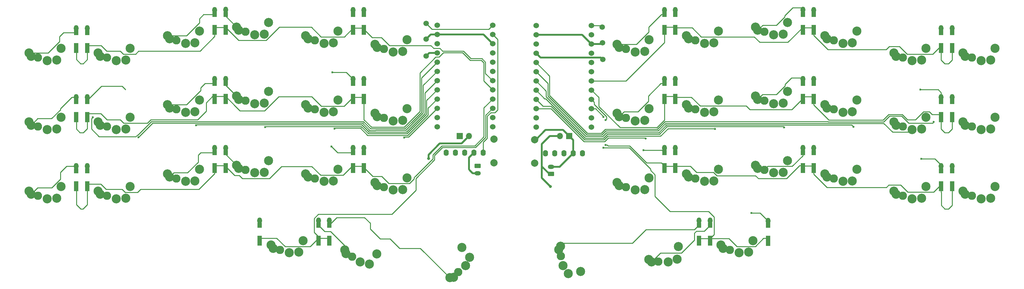
<source format=gbl>
G04 #@! TF.GenerationSoftware,KiCad,Pcbnew,(6.0.10)*
G04 #@! TF.CreationDate,2022-12-31T14:29:49-08:00*
G04 #@! TF.ProjectId,corne-ultralight,636f726e-652d-4756-9c74-72616c696768,2.0*
G04 #@! TF.SameCoordinates,Original*
G04 #@! TF.FileFunction,Copper,L2,Bot*
G04 #@! TF.FilePolarity,Positive*
%FSLAX46Y46*%
G04 Gerber Fmt 4.6, Leading zero omitted, Abs format (unit mm)*
G04 Created by KiCad (PCBNEW (6.0.10)) date 2022-12-31 14:29:49*
%MOMM*%
%LPD*%
G01*
G04 APERTURE LIST*
G04 Aperture macros list*
%AMRoundRect*
0 Rectangle with rounded corners*
0 $1 Rounding radius*
0 $2 $3 $4 $5 $6 $7 $8 $9 X,Y pos of 4 corners*
0 Add a 4 corners polygon primitive as box body*
4,1,4,$2,$3,$4,$5,$6,$7,$8,$9,$2,$3,0*
0 Add four circle primitives for the rounded corners*
1,1,$1+$1,$2,$3*
1,1,$1+$1,$4,$5*
1,1,$1+$1,$6,$7*
1,1,$1+$1,$8,$9*
0 Add four rect primitives between the rounded corners*
20,1,$1+$1,$2,$3,$4,$5,0*
20,1,$1+$1,$4,$5,$6,$7,0*
20,1,$1+$1,$6,$7,$8,$9,0*
20,1,$1+$1,$8,$9,$2,$3,0*%
G04 Aperture macros list end*
G04 #@! TA.AperFunction,ComponentPad*
%ADD10C,2.000000*%
G04 #@! TD*
G04 #@! TA.AperFunction,ComponentPad*
%ADD11C,2.500000*%
G04 #@! TD*
G04 #@! TA.AperFunction,ComponentPad*
%ADD12C,2.286000*%
G04 #@! TD*
G04 #@! TA.AperFunction,ComponentPad*
%ADD13C,1.524000*%
G04 #@! TD*
G04 #@! TA.AperFunction,ComponentPad*
%ADD14O,1.397000X1.778000*%
G04 #@! TD*
G04 #@! TA.AperFunction,ComponentPad*
%ADD15RoundRect,0.250000X0.625000X-0.350000X0.625000X0.350000X-0.625000X0.350000X-0.625000X-0.350000X0*%
G04 #@! TD*
G04 #@! TA.AperFunction,ComponentPad*
%ADD16O,1.750000X1.200000*%
G04 #@! TD*
G04 #@! TA.AperFunction,ComponentPad*
%ADD17R,1.700000X1.700000*%
G04 #@! TD*
G04 #@! TA.AperFunction,ComponentPad*
%ADD18O,1.700000X1.700000*%
G04 #@! TD*
G04 #@! TA.AperFunction,ComponentPad*
%ADD19RoundRect,0.250000X-0.625000X0.350000X-0.625000X-0.350000X0.625000X-0.350000X0.625000X0.350000X0*%
G04 #@! TD*
G04 #@! TA.AperFunction,ComponentPad*
%ADD20R,1.300000X1.778000*%
G04 #@! TD*
G04 #@! TA.AperFunction,SMDPad,CuDef*
%ADD21R,1.300000X1.400000*%
G04 #@! TD*
G04 #@! TA.AperFunction,ComponentPad*
%ADD22O,1.300000X1.778000*%
G04 #@! TD*
G04 #@! TA.AperFunction,SMDPad,CuDef*
%ADD23C,1.500000*%
G04 #@! TD*
G04 #@! TA.AperFunction,ViaPad*
%ADD24C,0.600000*%
G04 #@! TD*
G04 #@! TA.AperFunction,ViaPad*
%ADD25C,0.800000*%
G04 #@! TD*
G04 #@! TA.AperFunction,Conductor*
%ADD26C,0.250000*%
G04 #@! TD*
G04 #@! TA.AperFunction,Conductor*
%ADD27C,0.254000*%
G04 #@! TD*
G04 #@! TA.AperFunction,Conductor*
%ADD28C,0.500000*%
G04 #@! TD*
G04 #@! TA.AperFunction,Conductor*
%ADD29C,0.508000*%
G04 #@! TD*
G04 APERTURE END LIST*
D10*
X156012500Y-80067432D03*
X156012500Y-73567432D03*
D11*
X278684847Y-51820432D03*
X282494847Y-48460432D03*
X281284847Y-51670432D03*
D12*
X276144847Y-51000432D03*
D11*
X274284847Y-50620432D03*
X273684847Y-49720432D03*
X259684847Y-51820432D03*
X263494847Y-48460432D03*
X262284847Y-51670432D03*
X255284847Y-50620432D03*
X254684847Y-49720432D03*
D12*
X257144847Y-51000432D03*
D11*
X243284847Y-46920432D03*
X244494847Y-43710432D03*
X240684847Y-47070432D03*
X235684847Y-44970432D03*
D12*
X238144847Y-46250432D03*
D11*
X236284847Y-45870432D03*
X225494847Y-41335432D03*
X221684847Y-44695432D03*
X224284847Y-44545432D03*
D12*
X219144847Y-43875432D03*
D11*
X217284847Y-43495432D03*
X216684847Y-42595432D03*
X202684847Y-47070432D03*
X205284847Y-46920432D03*
X206494847Y-43710432D03*
D12*
X200144847Y-46250432D03*
D11*
X198284847Y-45870432D03*
X197684847Y-44970432D03*
X187494847Y-46085432D03*
X183684847Y-49445432D03*
X186284847Y-49295432D03*
D12*
X181144847Y-48625432D03*
D11*
X179284847Y-48245432D03*
X178684847Y-47345432D03*
X278684847Y-70820432D03*
X281284847Y-70670432D03*
X282494847Y-67460432D03*
X274284847Y-69620432D03*
X273684847Y-68720432D03*
D12*
X276144847Y-70000432D03*
D11*
X263494847Y-67460432D03*
X259684847Y-70820432D03*
X262284847Y-70670432D03*
X254684847Y-68720432D03*
X255284847Y-69620432D03*
D12*
X257144847Y-70000432D03*
D11*
X244494847Y-62710432D03*
X240684847Y-66070432D03*
X243284847Y-65920432D03*
X235684847Y-63970432D03*
D12*
X238144847Y-65250432D03*
D11*
X236284847Y-64870432D03*
X221684847Y-63695432D03*
X225494847Y-60335432D03*
X224284847Y-63545432D03*
D12*
X219144847Y-62875432D03*
D11*
X217284847Y-62495432D03*
X216684847Y-61595432D03*
X202684847Y-66070432D03*
X205284847Y-65920432D03*
X206494847Y-62710432D03*
X198284847Y-64870432D03*
X197684847Y-63970432D03*
D12*
X200144847Y-65250432D03*
D11*
X186284847Y-68295432D03*
X187494847Y-65085432D03*
X183684847Y-68445432D03*
D12*
X181144847Y-67625432D03*
D11*
X178684847Y-66345432D03*
X179284847Y-67245432D03*
X282494847Y-86460432D03*
X281284847Y-89670432D03*
X278684847Y-89820432D03*
D12*
X276144847Y-89000432D03*
D11*
X273684847Y-87720432D03*
X274284847Y-88620432D03*
X263494847Y-86460432D03*
X262284847Y-89670432D03*
X259684847Y-89820432D03*
D12*
X257144847Y-89000432D03*
D11*
X254684847Y-87720432D03*
X255284847Y-88620432D03*
X244494847Y-81710432D03*
X240684847Y-85070432D03*
X243284847Y-84920432D03*
X236284847Y-83870432D03*
X235684847Y-82970432D03*
D12*
X238144847Y-84250432D03*
D11*
X225494847Y-79335432D03*
X224284847Y-82545432D03*
X221684847Y-82695432D03*
X216684847Y-80595432D03*
D12*
X219144847Y-81875432D03*
D11*
X217284847Y-81495432D03*
X205284847Y-84920432D03*
X206494847Y-81710432D03*
X202684847Y-85070432D03*
X197684847Y-82970432D03*
X198284847Y-83870432D03*
D12*
X200144847Y-84250432D03*
D11*
X215994847Y-101335432D03*
X214784847Y-104545432D03*
X212184847Y-104695432D03*
X207184847Y-102595432D03*
D12*
X209644847Y-103875432D03*
D11*
X207784847Y-103495432D03*
X195522425Y-103012783D03*
X195184464Y-106426576D03*
X192711879Y-107244394D03*
X188151223Y-107224087D03*
D12*
X190046196Y-107109736D03*
D11*
X187338730Y-106510045D03*
X187494847Y-84085432D03*
X186284847Y-87295432D03*
X183684847Y-87445432D03*
D12*
X181144847Y-86625432D03*
D11*
X178684847Y-85345432D03*
X179284847Y-86245432D03*
D13*
X144503900Y-42082000D03*
X144503900Y-44622000D03*
X144503900Y-47162000D03*
X144503900Y-49702000D03*
X144503900Y-52242000D03*
X144503900Y-54782000D03*
X144503900Y-57322000D03*
X144503900Y-59862000D03*
X144503900Y-62402000D03*
X144503900Y-64942000D03*
X144503900Y-67482000D03*
X144503900Y-70022000D03*
X129283900Y-70022000D03*
X129283900Y-67482000D03*
X129283900Y-64942000D03*
X129283900Y-62402000D03*
X129283900Y-59862000D03*
X129283900Y-57322000D03*
X129283900Y-54782000D03*
X129283900Y-52242000D03*
X129283900Y-49702000D03*
X129283900Y-47162000D03*
X129283900Y-44622000D03*
X129283900Y-42082000D03*
X171674247Y-42208432D03*
X171674247Y-44748432D03*
X171674247Y-47288432D03*
X171674247Y-49828432D03*
X171674247Y-52368432D03*
X171674247Y-54908432D03*
X171674247Y-57448432D03*
X171674247Y-59988432D03*
X171674247Y-62528432D03*
X171674247Y-65068432D03*
X171674247Y-67608432D03*
X171674247Y-70148432D03*
X156454247Y-70148432D03*
X156454247Y-67608432D03*
X156454247Y-65068432D03*
X156454247Y-62528432D03*
X156454247Y-59988432D03*
X156454247Y-57448432D03*
X156454247Y-54908432D03*
X156454247Y-52368432D03*
X156454247Y-49828432D03*
X156454247Y-47288432D03*
X156454247Y-44748432D03*
X156454247Y-42208432D03*
D11*
X117187500Y-49445000D03*
X119787500Y-49295000D03*
X120997500Y-46085000D03*
D12*
X114647500Y-48625000D03*
D11*
X112187500Y-47345000D03*
X112787500Y-48245000D03*
X100787500Y-46920000D03*
X101997500Y-43710000D03*
X98187500Y-47070000D03*
X93187500Y-44970000D03*
X93787500Y-45870000D03*
D12*
X95647500Y-46250000D03*
D11*
X82997500Y-41335000D03*
X81787500Y-44545000D03*
X79187500Y-44695000D03*
X74187500Y-42595000D03*
D12*
X76647500Y-43875000D03*
D11*
X74787500Y-43495000D03*
X60187500Y-47070000D03*
X63997500Y-43710000D03*
X62787500Y-46920000D03*
X55787500Y-45870000D03*
D12*
X57647500Y-46250000D03*
D11*
X55187500Y-44970000D03*
X41187500Y-51820000D03*
X44997500Y-48460000D03*
X43787500Y-51670000D03*
X36787500Y-50620000D03*
X36187500Y-49720000D03*
D12*
X38647500Y-51000000D03*
D11*
X117187500Y-87445000D03*
X119787500Y-87295000D03*
X120997500Y-84085000D03*
D12*
X114647500Y-86625000D03*
D11*
X112187500Y-85345000D03*
X112787500Y-86245000D03*
X136042205Y-103265443D03*
X138217146Y-105918334D03*
X137047050Y-108245000D03*
D12*
X135066909Y-110034705D03*
D11*
X133807819Y-111455512D03*
X132728397Y-111525127D03*
X24787500Y-89670000D03*
X25997500Y-86460000D03*
X22187500Y-89820000D03*
X17787500Y-88620000D03*
D12*
X19647500Y-89000000D03*
D11*
X17187500Y-87720000D03*
X110710698Y-107772003D03*
X112710277Y-104984552D03*
X108160468Y-107243962D03*
X104220977Y-104946048D03*
X103874358Y-103921423D03*
D12*
X105919248Y-105794503D03*
D11*
X88687500Y-104695000D03*
X91287500Y-104545000D03*
X92497500Y-101335000D03*
D12*
X86147500Y-103875000D03*
D11*
X83687500Y-102595000D03*
X84287500Y-103495000D03*
X101997500Y-81710000D03*
X98187500Y-85070000D03*
X100787500Y-84920000D03*
X93787500Y-83870000D03*
D12*
X95647500Y-84250000D03*
D11*
X93187500Y-82970000D03*
X79187500Y-82695000D03*
X82997500Y-79335000D03*
X81787500Y-82545000D03*
X74187500Y-80595000D03*
D12*
X76647500Y-81875000D03*
D11*
X74787500Y-81495000D03*
X60187500Y-85070000D03*
X63997500Y-81710000D03*
X62787500Y-84920000D03*
X55787500Y-83870000D03*
X55187500Y-82970000D03*
D12*
X57647500Y-84250000D03*
D11*
X43787500Y-89670000D03*
X41187500Y-89820000D03*
X44997500Y-86460000D03*
X36787500Y-88620000D03*
D12*
X38647500Y-89000000D03*
D11*
X36187500Y-87720000D03*
X117187500Y-68445000D03*
X120997500Y-65085000D03*
X119787500Y-68295000D03*
X112187500Y-66345000D03*
X112787500Y-67245000D03*
D12*
X114647500Y-67625000D03*
D11*
X98187500Y-66070000D03*
X100787500Y-65920000D03*
X101997500Y-62710000D03*
X93187500Y-63970000D03*
D12*
X95647500Y-65250000D03*
D11*
X93787500Y-64870000D03*
X82997500Y-60335000D03*
X79187500Y-63695000D03*
X81787500Y-63545000D03*
X74187500Y-61595000D03*
X74787500Y-62495000D03*
D12*
X76647500Y-62875000D03*
D11*
X62787500Y-65920000D03*
X60187500Y-66070000D03*
X63997500Y-62710000D03*
X55787500Y-64870000D03*
D12*
X57647500Y-65250000D03*
D11*
X55187500Y-63970000D03*
X41187500Y-70820000D03*
X43787500Y-70670000D03*
X44997500Y-67460000D03*
X36187500Y-68720000D03*
X36787500Y-69620000D03*
D12*
X38647500Y-70000000D03*
D11*
X22187500Y-70820000D03*
X24787500Y-70670000D03*
X25997500Y-67460000D03*
X17787500Y-69620000D03*
X17187500Y-68720000D03*
D12*
X19647500Y-70000000D03*
D11*
X22187500Y-51820000D03*
X25997500Y-48460000D03*
X24787500Y-51670000D03*
D12*
X19647500Y-51000000D03*
D11*
X17787500Y-50620000D03*
X17187500Y-49720000D03*
X163825297Y-108245432D03*
X168640142Y-109864989D03*
X165255201Y-110422098D03*
X162664528Y-103834920D03*
X163143950Y-102865305D03*
D12*
X163265438Y-105635727D03*
D14*
X131758500Y-77168000D03*
X134298500Y-77168000D03*
X136838500Y-77168000D03*
X139378500Y-77168000D03*
X141918500Y-77168000D03*
D10*
X144862500Y-79921000D03*
X144862500Y-73421000D03*
D14*
X158987500Y-77310000D03*
X161527500Y-77310000D03*
X164067500Y-77310000D03*
X166607500Y-77310000D03*
X169147500Y-77310000D03*
D15*
X160537500Y-83045000D03*
D16*
X160537500Y-81045000D03*
D17*
X165512500Y-72595000D03*
D18*
X162972500Y-72595000D03*
D17*
X135472500Y-72595000D03*
D18*
X138012500Y-72595000D03*
D19*
X140387500Y-80845000D03*
D16*
X140387500Y-82845000D03*
D20*
X270684847Y-86920432D03*
D21*
X270684847Y-85695432D03*
D22*
X270684847Y-80920432D03*
D21*
X270684847Y-82145432D03*
X232684847Y-80695432D03*
D20*
X232684847Y-81920432D03*
D22*
X232684847Y-75920432D03*
D21*
X232684847Y-77145432D03*
D20*
X229684847Y-81915432D03*
D21*
X229684847Y-80690432D03*
X229684847Y-77140432D03*
D22*
X229684847Y-75915432D03*
D20*
X194684847Y-81920432D03*
D21*
X194684847Y-80695432D03*
D22*
X194684847Y-75920432D03*
D21*
X194684847Y-77145432D03*
D20*
X191684847Y-81920432D03*
D21*
X191684847Y-80695432D03*
X191684847Y-77145432D03*
D22*
X191684847Y-75920432D03*
D20*
X220184847Y-101930432D03*
D21*
X220184847Y-100705432D03*
D22*
X220184847Y-95930432D03*
D21*
X220184847Y-97155432D03*
D20*
X204194847Y-101915432D03*
D21*
X204194847Y-100690432D03*
X204194847Y-97140432D03*
D22*
X204194847Y-95915432D03*
D20*
X201194847Y-101915432D03*
D21*
X201194847Y-100690432D03*
D22*
X201194847Y-95915432D03*
D21*
X201194847Y-97140432D03*
D20*
X270684847Y-48920432D03*
D21*
X270684847Y-47695432D03*
X270684847Y-44145432D03*
D22*
X270684847Y-42920432D03*
D20*
X267684847Y-48920432D03*
D21*
X267684847Y-47695432D03*
X267684847Y-44145432D03*
D22*
X267684847Y-42920432D03*
D20*
X232684847Y-43920432D03*
D21*
X232684847Y-42695432D03*
D22*
X232684847Y-37920432D03*
D21*
X232684847Y-39145432D03*
D20*
X229684847Y-43915432D03*
D21*
X229684847Y-42690432D03*
D22*
X229684847Y-37915432D03*
D21*
X229684847Y-39140432D03*
X194684847Y-42695432D03*
D20*
X194684847Y-43920432D03*
D22*
X194684847Y-37920432D03*
D21*
X194684847Y-39145432D03*
D20*
X191684847Y-43920432D03*
D21*
X191684847Y-42695432D03*
D22*
X191684847Y-37920432D03*
D21*
X191684847Y-39145432D03*
X270684847Y-66695432D03*
D20*
X270684847Y-67920432D03*
D22*
X270684847Y-61920432D03*
D21*
X270684847Y-63145432D03*
X267684847Y-66695432D03*
D20*
X267684847Y-67920432D03*
D22*
X267684847Y-61920432D03*
D21*
X267684847Y-63145432D03*
X232684847Y-61695432D03*
D20*
X232684847Y-62920432D03*
D22*
X232684847Y-56920432D03*
D21*
X232684847Y-58145432D03*
X229684847Y-61690432D03*
D20*
X229684847Y-62915432D03*
D21*
X229684847Y-58140432D03*
D22*
X229684847Y-56915432D03*
D20*
X194684847Y-62920432D03*
D21*
X194684847Y-61695432D03*
D22*
X194684847Y-56920432D03*
D21*
X194684847Y-58145432D03*
X33187500Y-85695000D03*
D20*
X33187500Y-86920000D03*
D21*
X33187500Y-82145000D03*
D22*
X33187500Y-80920000D03*
D21*
X33187500Y-66695000D03*
D20*
X33187500Y-67920000D03*
D21*
X33187500Y-63145000D03*
D22*
X33187500Y-61920000D03*
D21*
X33187500Y-47695000D03*
D20*
X33187500Y-48920000D03*
D21*
X33187500Y-44145000D03*
D22*
X33187500Y-42920000D03*
D21*
X191684847Y-61695432D03*
D20*
X191684847Y-62920432D03*
D22*
X191684847Y-56920432D03*
D21*
X191684847Y-58145432D03*
X99687500Y-100680000D03*
D20*
X99687500Y-101905000D03*
D22*
X99687500Y-95905000D03*
D21*
X99687500Y-97130000D03*
X96687500Y-100680000D03*
D20*
X96687500Y-101905000D03*
D22*
X96687500Y-95905000D03*
D21*
X96687500Y-97130000D03*
D20*
X80507500Y-101910000D03*
D21*
X80507500Y-100685000D03*
D22*
X80507500Y-95910000D03*
D21*
X80507500Y-97135000D03*
D20*
X109187500Y-81920000D03*
D21*
X109187500Y-80695000D03*
D22*
X109187500Y-75920000D03*
D21*
X109187500Y-77145000D03*
X106187500Y-80695000D03*
D20*
X106187500Y-81920000D03*
D21*
X106187500Y-77145000D03*
D22*
X106187500Y-75920000D03*
D20*
X71187500Y-81915000D03*
D21*
X71187500Y-80690000D03*
D22*
X71187500Y-75915000D03*
D21*
X71187500Y-77140000D03*
D20*
X68187500Y-81920000D03*
D21*
X68187500Y-80695000D03*
D22*
X68187500Y-75920000D03*
D21*
X68187500Y-77145000D03*
X30187500Y-85691875D03*
D20*
X30187500Y-86916875D03*
D21*
X30187500Y-82141875D03*
D22*
X30187500Y-80916875D03*
D21*
X109187500Y-61695000D03*
D20*
X109187500Y-62920000D03*
D22*
X109187500Y-56920000D03*
D21*
X109187500Y-58145000D03*
D20*
X106187500Y-62920000D03*
D21*
X106187500Y-61695000D03*
X106187500Y-58145000D03*
D22*
X106187500Y-56920000D03*
D21*
X71187500Y-61690000D03*
D20*
X71187500Y-62915000D03*
D22*
X71187500Y-56915000D03*
D21*
X71187500Y-58140000D03*
D20*
X68187500Y-62920000D03*
D21*
X68187500Y-61695000D03*
D22*
X68187500Y-56920000D03*
D21*
X68187500Y-58145000D03*
X30187500Y-66691875D03*
D20*
X30187500Y-67916875D03*
D22*
X30187500Y-61916875D03*
D21*
X30187500Y-63141875D03*
X109187500Y-42695000D03*
D20*
X109187500Y-43920000D03*
D22*
X109187500Y-37920000D03*
D21*
X109187500Y-39145000D03*
D20*
X106187500Y-43920000D03*
D21*
X106187500Y-42695000D03*
X106187500Y-39145000D03*
D22*
X106187500Y-37920000D03*
D20*
X71187500Y-43915000D03*
D21*
X71187500Y-42690000D03*
D22*
X71187500Y-37915000D03*
D21*
X71187500Y-39140000D03*
X68187500Y-42695000D03*
D20*
X68187500Y-43920000D03*
D21*
X68187500Y-39145000D03*
D22*
X68187500Y-37920000D03*
D21*
X30187500Y-47691875D03*
D20*
X30187500Y-48916875D03*
D21*
X30187500Y-44141875D03*
D22*
X30187500Y-42916875D03*
D20*
X267684847Y-86920432D03*
D21*
X267684847Y-85695432D03*
X267684847Y-82145432D03*
D22*
X267684847Y-80920432D03*
D23*
X126237500Y-50545000D03*
X174762500Y-51545000D03*
X174612500Y-42595000D03*
X174687500Y-46920000D03*
X126262500Y-41595000D03*
X126262500Y-45920000D03*
D24*
X100538000Y-55090000D03*
X100262500Y-75495000D03*
X34697500Y-67410000D03*
X47222500Y-72945000D03*
X63112500Y-69658478D03*
X82062500Y-70112489D03*
X101112500Y-70566500D03*
X120262500Y-73008042D03*
D25*
X126912500Y-78745000D03*
D24*
X261938000Y-59840432D03*
X175514847Y-68200433D03*
X175514847Y-75010432D03*
X262224847Y-78840432D03*
X185934868Y-76465432D03*
X215582932Y-93715432D03*
X174964847Y-67370432D03*
X174894847Y-75770432D03*
X265644847Y-68717442D03*
X243559368Y-70045000D03*
X224562500Y-70195000D03*
X205612500Y-70627954D03*
X186562500Y-73227080D03*
D25*
X160387500Y-86445000D03*
D26*
X30187500Y-48916875D02*
X30187500Y-47691875D01*
D27*
X127562011Y-47661511D02*
X116142011Y-47661511D01*
X38574500Y-49214000D02*
X42256500Y-49214000D01*
X141575552Y-51266000D02*
X138533500Y-51266000D01*
D26*
X109187500Y-43920000D02*
X109187500Y-42695000D01*
X30197500Y-51547631D02*
X30197500Y-48926875D01*
D27*
X136458500Y-49191000D02*
X130758500Y-49191000D01*
X42256500Y-49214000D02*
X43079011Y-50036511D01*
X61768500Y-49214000D02*
X61787500Y-49195000D01*
X111426500Y-45514000D02*
X109197500Y-43285000D01*
X106322500Y-42910000D02*
X109187500Y-42910000D01*
D26*
X106187500Y-43920000D02*
X106187500Y-42695000D01*
D27*
X103820989Y-45286511D02*
X97357011Y-45286511D01*
D26*
X33187500Y-48920000D02*
X33187500Y-47695000D01*
X71187500Y-43915000D02*
X71187500Y-42690000D01*
D27*
X43079011Y-50036511D02*
X46470989Y-50036511D01*
D26*
X33187500Y-48920000D02*
X33197500Y-48930000D01*
D27*
X142548511Y-52238959D02*
X141575552Y-51266000D01*
X113994500Y-45514000D02*
X111426500Y-45514000D01*
X47293500Y-49214000D02*
X61768500Y-49214000D01*
D26*
X68192500Y-42690000D02*
X68187500Y-42695000D01*
D27*
X33197500Y-47660000D02*
X37020500Y-47660000D01*
X94715500Y-42645000D02*
X85912500Y-42645000D01*
X37020500Y-47660000D02*
X38574500Y-49214000D01*
X106197500Y-42785000D02*
X106322500Y-42910000D01*
X74769011Y-46271511D02*
X71187500Y-42690000D01*
D26*
X32085131Y-52660000D02*
X31309869Y-52660000D01*
D27*
X85912500Y-42649524D02*
X82290513Y-46271511D01*
X106197500Y-42910000D02*
X103820989Y-45286511D01*
D26*
X30197500Y-48926875D02*
X30187500Y-48916875D01*
X33197500Y-48930000D02*
X33197500Y-51547631D01*
D27*
X144503900Y-57322000D02*
X142548511Y-55366611D01*
D26*
X71187500Y-42690000D02*
X68192500Y-42690000D01*
D27*
X64162500Y-49195000D02*
X68187500Y-45170000D01*
X33184375Y-48916875D02*
X33187500Y-48920000D01*
X142548511Y-55366611D02*
X142548511Y-52238959D01*
X116142011Y-47661511D02*
X113994500Y-45514000D01*
X138533500Y-51266000D02*
X136458500Y-49191000D01*
D26*
X68187500Y-43920000D02*
X68187500Y-42695000D01*
D27*
X61787500Y-49195000D02*
X64162500Y-49195000D01*
X109197500Y-43285000D02*
X109197500Y-42910000D01*
D26*
X33197500Y-51547631D02*
X32085131Y-52660000D01*
D27*
X82290513Y-46271511D02*
X74769011Y-46271511D01*
X128384500Y-48484000D02*
X127562011Y-47661511D01*
X130051500Y-48484000D02*
X128384500Y-48484000D01*
X85912500Y-42645000D02*
X85912500Y-42649524D01*
X46470989Y-50036511D02*
X47293500Y-49214000D01*
X130758500Y-49191000D02*
X130051500Y-48484000D01*
X97357011Y-45286511D02*
X94715500Y-42645000D01*
X68187500Y-45170000D02*
X68187500Y-43920000D01*
D26*
X31309869Y-52660000D02*
X30197500Y-51547631D01*
X25612500Y-45245000D02*
X26715625Y-44141875D01*
X30187500Y-42916875D02*
X30187500Y-44141875D01*
X17187500Y-49720000D02*
X22452688Y-49720000D01*
X30187500Y-44141875D02*
X30197500Y-44131875D01*
X25612500Y-46560188D02*
X25612500Y-45245000D01*
X26715625Y-44141875D02*
X30187500Y-44141875D01*
X22452688Y-49720000D02*
X25612500Y-46560188D01*
D27*
X138345448Y-51720000D02*
X141387500Y-51720000D01*
X130962500Y-49645000D02*
X136270448Y-49645000D01*
D26*
X67612500Y-61695000D02*
X65887500Y-63420000D01*
X73797500Y-64320000D02*
X75152500Y-65675000D01*
X65887500Y-65720000D02*
X63479541Y-68127959D01*
X81884196Y-65675000D02*
X85814196Y-61745000D01*
D27*
X142094500Y-57452600D02*
X144503900Y-59862000D01*
D26*
X106187500Y-62920000D02*
X106187500Y-61695000D01*
X103762011Y-64345489D02*
X104812500Y-63295000D01*
D27*
X129787500Y-50820000D02*
X130962500Y-49645000D01*
D26*
X71187500Y-61690000D02*
X73797500Y-64300000D01*
X111989278Y-70133400D02*
X111223900Y-70133400D01*
D27*
X43164011Y-69036511D02*
X49720989Y-69036511D01*
X142094500Y-52427000D02*
X142094500Y-57452600D01*
D26*
X68187500Y-62920000D02*
X68187500Y-61695000D01*
D27*
X38608459Y-68127959D02*
X42255459Y-68127959D01*
X33187500Y-67920000D02*
X33187500Y-66777000D01*
X33184375Y-67916875D02*
X33187500Y-67920000D01*
D26*
X30187500Y-67916875D02*
X30187500Y-66691875D01*
X30197500Y-67926875D02*
X30187500Y-67916875D01*
X97474989Y-64345489D02*
X103762011Y-64345489D01*
D27*
X50629541Y-68127959D02*
X61895459Y-68127959D01*
X109187500Y-61910000D02*
X109187500Y-62920000D01*
D26*
X63479541Y-68127959D02*
X61895459Y-68127959D01*
D27*
X128898500Y-50820000D02*
X129787500Y-50820000D01*
X42255459Y-68127959D02*
X43164011Y-69036511D01*
X122154500Y-68194000D02*
X124520489Y-65828011D01*
D26*
X111223900Y-70133400D02*
X109187500Y-68097000D01*
X71182500Y-61695000D02*
X71187500Y-61690000D01*
X71187500Y-62915000D02*
X71187500Y-61690000D01*
X109187500Y-68097000D02*
X109187500Y-62920000D01*
X33197500Y-67930000D02*
X33197500Y-70560262D01*
D27*
X49720989Y-69036511D02*
X50629541Y-68127959D01*
D26*
X33197500Y-70560262D02*
X32097762Y-71660000D01*
D27*
X124520490Y-55198010D02*
X128898500Y-50820000D01*
D26*
X68187500Y-61695000D02*
X67612500Y-61695000D01*
X94874500Y-61745000D02*
X96481000Y-63351500D01*
X31197500Y-71660000D02*
X30197500Y-70660000D01*
X30197500Y-70660000D02*
X30197500Y-67926875D01*
D27*
X136270448Y-49645000D02*
X138345448Y-51720000D01*
X141387500Y-51720000D02*
X142094500Y-52427000D01*
X104812500Y-63295000D02*
X106197500Y-61910000D01*
D26*
X85814196Y-61745000D02*
X94874500Y-61745000D01*
X32097762Y-71660000D02*
X31197500Y-71660000D01*
X96481000Y-63351500D02*
X97474989Y-64345489D01*
X75152500Y-65675000D02*
X81884196Y-65675000D01*
D27*
X33187500Y-66777000D02*
X33519500Y-66445000D01*
D26*
X73797500Y-64300000D02*
X73797500Y-64320000D01*
D27*
X36925500Y-66445000D02*
X38608459Y-68127959D01*
D26*
X109187500Y-62920000D02*
X109187500Y-61695000D01*
X33187500Y-67920000D02*
X33197500Y-67930000D01*
X120228558Y-70119942D02*
X112002736Y-70119942D01*
X65887500Y-63420000D02*
X65887500Y-65720000D01*
X112002736Y-70119942D02*
X111989278Y-70133400D01*
D27*
X124520489Y-65828011D02*
X124520490Y-55198010D01*
X33519500Y-66445000D02*
X36925500Y-66445000D01*
D26*
X68187500Y-61695000D02*
X71182500Y-61695000D01*
D27*
X106197500Y-61910000D02*
X109187500Y-61910000D01*
D26*
X33187500Y-67920000D02*
X33187500Y-66695000D01*
X122154500Y-68194000D02*
X120228558Y-70119942D01*
X33187500Y-42920000D02*
X33187500Y-44145000D01*
D27*
X47883500Y-87234000D02*
X63873500Y-87234000D01*
X33322500Y-85910000D02*
X33447500Y-85785000D01*
X142124500Y-64781400D02*
X144503900Y-62402000D01*
X123249200Y-83656700D02*
X128086700Y-78819200D01*
D26*
X121672989Y-85659511D02*
X122962500Y-84370000D01*
X33197500Y-86930000D02*
X33187500Y-86920000D01*
X31385000Y-92660000D02*
X32010000Y-92660000D01*
D27*
X36935500Y-85785000D02*
X38384500Y-87234000D01*
X94874500Y-80964000D02*
X97253989Y-83343489D01*
D26*
X73662500Y-83445000D02*
X74922500Y-83445000D01*
X75772500Y-84295000D02*
X83220500Y-84295000D01*
X32010000Y-92660000D02*
X33197500Y-91472500D01*
X109197500Y-81285000D02*
X111622500Y-83710000D01*
D27*
X128086700Y-77720800D02*
X130533500Y-75274000D01*
D26*
X33197500Y-91472500D02*
X33197500Y-86930000D01*
X115617500Y-85240000D02*
X116037011Y-85659511D01*
X83220500Y-84295000D02*
X86551500Y-80964000D01*
X33187500Y-86920000D02*
X33187500Y-85695000D01*
D27*
X103514011Y-83343489D02*
X105947500Y-80910000D01*
D26*
X114087500Y-83710000D02*
X115617500Y-85240000D01*
X30197500Y-86926875D02*
X30197500Y-91472500D01*
X115617500Y-85240000D02*
X115727500Y-85350000D01*
X68192500Y-80690000D02*
X68187500Y-80695000D01*
X116037011Y-85659511D02*
X121672989Y-85659511D01*
D27*
X108947500Y-80910000D02*
X109197500Y-81160000D01*
D26*
X111622500Y-83710000D02*
X114087500Y-83710000D01*
X30187500Y-86916875D02*
X30197500Y-86926875D01*
D27*
X38384500Y-87234000D02*
X42753500Y-87234000D01*
D26*
X71187500Y-80970000D02*
X73662500Y-83445000D01*
X106187500Y-80695000D02*
X106187500Y-81920000D01*
D27*
X33447500Y-85785000D02*
X36935500Y-85785000D01*
X105947500Y-80910000D02*
X108947500Y-80910000D01*
X47024011Y-88093489D02*
X47883500Y-87234000D01*
D26*
X68187500Y-81920000D02*
X68187500Y-80695000D01*
X109197500Y-81035000D02*
X109197500Y-81285000D01*
D27*
X68187500Y-82920000D02*
X68187500Y-81920000D01*
X43612989Y-88093489D02*
X47024011Y-88093489D01*
X86551500Y-80964000D02*
X94874500Y-80964000D01*
D26*
X109187500Y-81920000D02*
X109187500Y-80695000D01*
X71187500Y-81915000D02*
X71187500Y-80690000D01*
X30187500Y-86916875D02*
X30187500Y-85691875D01*
D27*
X128086700Y-78819200D02*
X128086700Y-77720800D01*
D26*
X71187500Y-80690000D02*
X71187500Y-80970000D01*
X30197500Y-91472500D02*
X31385000Y-92660000D01*
D27*
X142124500Y-72774000D02*
X142124500Y-64781400D01*
X42753500Y-87234000D02*
X43612989Y-88093489D01*
X97253989Y-83343489D02*
X103514011Y-83343489D01*
X130533500Y-75274000D02*
X139624500Y-75274000D01*
D26*
X74922500Y-83445000D02*
X75772500Y-84295000D01*
X115727500Y-85350000D02*
X115837500Y-85350000D01*
X122962500Y-83943400D02*
X123249200Y-83656700D01*
X122962500Y-84370000D02*
X122962500Y-83943400D01*
X71187500Y-80690000D02*
X68192500Y-80690000D01*
D27*
X63873500Y-87234000D02*
X68187500Y-82920000D01*
X109197500Y-81160000D02*
X109322500Y-81160000D01*
X139624500Y-75274000D02*
X142124500Y-72774000D01*
D26*
X63987500Y-40295000D02*
X65137500Y-39145000D01*
X68187500Y-37920000D02*
X68187500Y-39145000D01*
X60452688Y-44970000D02*
X63987500Y-41435188D01*
X65137500Y-39145000D02*
X68187500Y-39145000D01*
X55187500Y-44970000D02*
X60452688Y-44970000D01*
X63987500Y-41435188D02*
X63987500Y-40295000D01*
D27*
X101202192Y-94094000D02*
X96638500Y-94094000D01*
X87528989Y-102968489D02*
X94389011Y-102968489D01*
X123437500Y-84241000D02*
X123437500Y-87470000D01*
D26*
X96687500Y-101905000D02*
X96687500Y-100680000D01*
D27*
X123437500Y-87470000D02*
X116813500Y-94094000D01*
D26*
X99687500Y-101905000D02*
X99687500Y-100680000D01*
D27*
X128573000Y-79105500D02*
X123437500Y-84241000D01*
X95484500Y-99072000D02*
X96687500Y-100275000D01*
X85220500Y-100660000D02*
X87528989Y-102968489D01*
X96638500Y-94094000D02*
X95484500Y-95248000D01*
X128562500Y-79095000D02*
X128573000Y-79105500D01*
X139812558Y-75728010D02*
X130721541Y-75728011D01*
X95484500Y-95248000D02*
X95484500Y-99072000D01*
X96697500Y-100660000D02*
X99572500Y-100660000D01*
D26*
X80507500Y-101910000D02*
X80507500Y-100685000D01*
D27*
X128562500Y-77887052D02*
X128562500Y-79095000D01*
X110003568Y-94094000D02*
X109995547Y-94085979D01*
X144503900Y-64942000D02*
X142578511Y-66867389D01*
X101210212Y-94085980D02*
X101202192Y-94094000D01*
X109995547Y-94085979D02*
X101210212Y-94085980D01*
X142578511Y-72962057D02*
X139812558Y-75728010D01*
X80572500Y-100660000D02*
X85220500Y-100660000D01*
X94389011Y-102968489D02*
X96697500Y-100660000D01*
X99572500Y-100660000D02*
X99697500Y-100785000D01*
X130721541Y-75728011D02*
X128562500Y-77887052D01*
X142578511Y-66867389D02*
X142578511Y-72962057D01*
X116813500Y-94094000D02*
X110003568Y-94094000D01*
D26*
X74187500Y-42595000D02*
X71187500Y-39595000D01*
X71187500Y-39595000D02*
X71187500Y-39140000D01*
X71187500Y-37915000D02*
X71187500Y-39140000D01*
X106187500Y-37920000D02*
X106187500Y-39145000D01*
X109187500Y-37920000D02*
X109187500Y-39145000D01*
X19612979Y-67794521D02*
X23378167Y-67794521D01*
X25812500Y-65061992D02*
X28957617Y-61916875D01*
X28957617Y-61916875D02*
X30187500Y-61916875D01*
X30187500Y-61916875D02*
X30187500Y-63141875D01*
X23378167Y-67794521D02*
X25812500Y-65360188D01*
X17787500Y-69620000D02*
X19612979Y-67794521D01*
X25812500Y-65360188D02*
X25812500Y-65061992D01*
D27*
X43727500Y-59840000D02*
X42757500Y-58870000D01*
X37112500Y-58870000D02*
X33187500Y-62795000D01*
X33187500Y-62795000D02*
X33187500Y-63035000D01*
X42757500Y-58870000D02*
X37112500Y-58870000D01*
D26*
X33187500Y-61920000D02*
X33187500Y-63145000D01*
X68187500Y-56920000D02*
X68187500Y-58145000D01*
X60452688Y-63970000D02*
X64375000Y-60047688D01*
X65562500Y-58145000D02*
X68187500Y-58145000D01*
X55187500Y-63970000D02*
X60452688Y-63970000D01*
X64375000Y-59332500D02*
X65562500Y-58145000D01*
X64375000Y-60047688D02*
X64375000Y-59332500D01*
X74187500Y-61595000D02*
X71187500Y-58595000D01*
X71187500Y-58595000D02*
X71187500Y-58140000D01*
X71187500Y-56915000D02*
X71187500Y-58140000D01*
D27*
X100538000Y-55090000D02*
X104357500Y-55090000D01*
X106197500Y-56930000D02*
X106197500Y-58035000D01*
X104357500Y-55090000D02*
X106197500Y-56930000D01*
D26*
X106187500Y-56920000D02*
X106187500Y-58145000D01*
X109187500Y-56920000D02*
X109187500Y-58145000D01*
X17787500Y-88620000D02*
X19612979Y-86794521D01*
X25812500Y-82595000D02*
X27490625Y-80916875D01*
X23436283Y-86794521D02*
X25812500Y-84418304D01*
X25812500Y-84418304D02*
X25812500Y-82595000D01*
X30187500Y-80916875D02*
X30187500Y-82141875D01*
X19612979Y-86794521D02*
X23436283Y-86794521D01*
X27490625Y-80916875D02*
X30187500Y-80916875D01*
X33187500Y-80920000D02*
X33187500Y-82145000D01*
X56962500Y-82695000D02*
X60727688Y-82695000D01*
X63662500Y-77845000D02*
X64362500Y-77145000D01*
X60727688Y-82695000D02*
X63662500Y-79760188D01*
X55787500Y-83870000D02*
X56962500Y-82695000D01*
X68187500Y-75920000D02*
X68187500Y-77145000D01*
X64362500Y-77145000D02*
X68187500Y-77145000D01*
X63662500Y-79760188D02*
X63662500Y-77845000D01*
X71187500Y-75915000D02*
X71187500Y-77140000D01*
X74187500Y-80595000D02*
X71187500Y-77595000D01*
X71187500Y-77595000D02*
X71187500Y-77140000D01*
X101912500Y-77145000D02*
X106187500Y-77145000D01*
X100262500Y-75495000D02*
X101912500Y-77145000D01*
X106187500Y-75920000D02*
X106187500Y-77145000D01*
X109187500Y-75920000D02*
X109187500Y-77145000D01*
X80507500Y-95910000D02*
X80507500Y-97135000D01*
X80507500Y-97135000D02*
X80447500Y-97075000D01*
X104220977Y-103053477D02*
X100012500Y-98845000D01*
X104220977Y-104946048D02*
X104220977Y-103053477D01*
X98402500Y-98845000D02*
X96687500Y-97130000D01*
X96687500Y-95905000D02*
X96687500Y-97130000D01*
X100012500Y-98845000D02*
X98402500Y-98845000D01*
D27*
X113647500Y-100880000D02*
X110897500Y-98130000D01*
X116380500Y-100880000D02*
X113647500Y-100880000D01*
X109307454Y-95002022D02*
X101730478Y-95002022D01*
X118974500Y-103474000D02*
X116380500Y-100880000D01*
D26*
X124677270Y-103474000D02*
X123583500Y-103474000D01*
X132728397Y-111525127D02*
X124677270Y-103474000D01*
D27*
X110897500Y-98130000D02*
X110897500Y-96592068D01*
D26*
X99687500Y-95905000D02*
X99687500Y-97130000D01*
D27*
X110897500Y-96592068D02*
X109307454Y-95002022D01*
X101730478Y-95002022D02*
X99822500Y-96910000D01*
X123583500Y-103474000D02*
X118974500Y-103474000D01*
D28*
X140387500Y-82845000D02*
X139062500Y-82845000D01*
X136887500Y-44649000D02*
X136914500Y-44622000D01*
D29*
X129283900Y-44622000D02*
X127560500Y-44622000D01*
D28*
X137987500Y-78559000D02*
X139378500Y-77168000D01*
D29*
X127560500Y-44622000D02*
X126262500Y-45920000D01*
X136914500Y-44622000D02*
X141963900Y-44622000D01*
D28*
X137987500Y-81770000D02*
X137987500Y-78559000D01*
X138275000Y-82057500D02*
X137987500Y-81770000D01*
D29*
X129283900Y-44622000D02*
X136914500Y-44622000D01*
D28*
X139062500Y-82845000D02*
X138275000Y-82057500D01*
D29*
X141963900Y-44622000D02*
X144503900Y-47162000D01*
X127080500Y-49702000D02*
X126237500Y-50545000D01*
X129283900Y-49702000D02*
X127080500Y-49702000D01*
D27*
X124974500Y-66041060D02*
X122321573Y-68693987D01*
D26*
X108990198Y-68580458D02*
X50817042Y-68580458D01*
X34362500Y-67745000D02*
X34697500Y-67410000D01*
X36422500Y-72735000D02*
X34362500Y-70675000D01*
X34362500Y-70675000D02*
X34362500Y-67745000D01*
D27*
X124974500Y-56551400D02*
X124974500Y-66041060D01*
D26*
X112188933Y-70569462D02*
X112175475Y-70582920D01*
D27*
X129283900Y-52242000D02*
X124974500Y-56551400D01*
D26*
X50817042Y-68580458D02*
X47077011Y-72320489D01*
X109083740Y-68674000D02*
X109074500Y-68674000D01*
X109076535Y-68676009D02*
X108980496Y-68579970D01*
X109083740Y-68674000D02*
X108990198Y-68580458D01*
X112175475Y-70582920D02*
X110992660Y-70582920D01*
X46963818Y-72320489D02*
X46597989Y-72686318D01*
X120446098Y-70569462D02*
X112188933Y-70569462D01*
X46597989Y-72686318D02*
X46597989Y-72735000D01*
X47077011Y-72320489D02*
X46963818Y-72320489D01*
X110992660Y-70582920D02*
X109083740Y-68674000D01*
X46597989Y-72735000D02*
X36422500Y-72735000D01*
X122321573Y-68693987D02*
X120446098Y-70569462D01*
D27*
X125428510Y-66229115D02*
X125428511Y-58637389D01*
X51135522Y-69031978D02*
X108783238Y-69031978D01*
X112375958Y-71020982D02*
X120636642Y-71020982D01*
X120636642Y-71020982D02*
X125428510Y-66229115D01*
X110785700Y-71034440D02*
X112362500Y-71034440D01*
X112362500Y-71034440D02*
X112375958Y-71020982D01*
X125428511Y-58637389D02*
X129283900Y-54782000D01*
X108783238Y-69031978D02*
X110785700Y-71034440D01*
X47222500Y-72945000D02*
X51135522Y-69031978D01*
X63284989Y-69485989D02*
X108595181Y-69485989D01*
X110597152Y-71487960D02*
X113162833Y-71487960D01*
X120825191Y-71474502D02*
X125882520Y-66417173D01*
X108595181Y-69485989D02*
X110597152Y-71487960D01*
X113176291Y-71474502D02*
X120825191Y-71474502D01*
X113162833Y-71487960D02*
X113176291Y-71474502D01*
X125882520Y-66417173D02*
X125882521Y-60723379D01*
X63112500Y-69658478D02*
X63284989Y-69485989D01*
X125882521Y-60723379D02*
X129283900Y-57322000D01*
X108407124Y-69940000D02*
X110408604Y-71941480D01*
X110408604Y-71941480D02*
X113350687Y-71941480D01*
X82062500Y-70112489D02*
X82234989Y-69940000D01*
X121013742Y-71928022D02*
X126336530Y-66605234D01*
X126336530Y-66605234D02*
X126336531Y-62809369D01*
X82234989Y-69940000D02*
X108407124Y-69940000D01*
X126336531Y-62809369D02*
X129283900Y-59862000D01*
X113364145Y-71928022D02*
X121013742Y-71928022D01*
X113350687Y-71941480D02*
X113364145Y-71928022D01*
X101279000Y-70400000D02*
X108207500Y-70400000D01*
X113538541Y-72395000D02*
X113551999Y-72381542D01*
X113551999Y-72381542D02*
X121202290Y-72381542D01*
X126790541Y-64895359D02*
X129283900Y-62402000D01*
X121202290Y-72381542D02*
X126790540Y-66793292D01*
X110202500Y-72395000D02*
X113538541Y-72395000D01*
X108207500Y-70400000D02*
X110202500Y-72395000D01*
X101112500Y-70566500D02*
X101279000Y-70400000D01*
X126790540Y-66793292D02*
X126790541Y-64895359D01*
X120262500Y-73008042D02*
X120435480Y-72835062D01*
X120435480Y-72835062D02*
X121390838Y-72835062D01*
X121390838Y-72835062D02*
X129283900Y-64942000D01*
D28*
X126912500Y-78745000D02*
X126912500Y-77745000D01*
X130012500Y-74645000D02*
X135962500Y-74645000D01*
X126912500Y-77745000D02*
X130012500Y-74645000D01*
X135962500Y-74645000D02*
X138012500Y-72595000D01*
D26*
X270684847Y-42920432D02*
X270684847Y-44145432D01*
D27*
X191684847Y-42660000D02*
X194976636Y-42660000D01*
X267697500Y-47660000D02*
X267697500Y-47722500D01*
D26*
X269697500Y-52660000D02*
X270684847Y-51672653D01*
D27*
X232684847Y-44880432D02*
X232684847Y-42785000D01*
X171674247Y-57448432D02*
X181109068Y-57448432D01*
X199284415Y-42785000D02*
X201786357Y-45286943D01*
X267697500Y-47722500D02*
X265350000Y-50070000D01*
X232684847Y-42897347D02*
X232572500Y-42785000D01*
D26*
X232684847Y-43920432D02*
X232684847Y-42695432D01*
D27*
X195101636Y-42785000D02*
X199284415Y-42785000D01*
X270684847Y-47967932D02*
X270684847Y-48920432D01*
D26*
X229684847Y-43915432D02*
X229684847Y-42690432D01*
D27*
X216329443Y-45286943D02*
X217837500Y-46795000D01*
X258292618Y-50070000D02*
X256173050Y-47950432D01*
D26*
X270684847Y-51672653D02*
X270684847Y-48920432D01*
X267684847Y-51647347D02*
X268697500Y-52660000D01*
D27*
X201786357Y-45286943D02*
X216329443Y-45286943D01*
X253384847Y-47950432D02*
X252574847Y-48760432D01*
D26*
X191684847Y-43920432D02*
X191684847Y-42695432D01*
D27*
X256173050Y-47950432D02*
X253384847Y-47950432D01*
X191684847Y-46872653D02*
X191684847Y-42660000D01*
X225580279Y-46795000D02*
X229684847Y-42690432D01*
X229697500Y-42785000D02*
X229684847Y-42797653D01*
X252574847Y-48760432D02*
X236564847Y-48760432D01*
X194976636Y-42660000D02*
X195101636Y-42785000D01*
X236564847Y-48760432D02*
X232684847Y-44880432D01*
X265350000Y-50070000D02*
X258292618Y-50070000D01*
D26*
X270684847Y-48920432D02*
X270684847Y-47695432D01*
D27*
X217837500Y-46795000D02*
X225580279Y-46795000D01*
X232572500Y-42785000D02*
X229697500Y-42785000D01*
D26*
X194684847Y-43920432D02*
X194684847Y-42695432D01*
X267684847Y-48920432D02*
X267684847Y-47695432D01*
X267684847Y-48920432D02*
X267684847Y-51647347D01*
D27*
X181109068Y-57448432D02*
X191684847Y-46872653D01*
D26*
X268697500Y-52660000D02*
X269697500Y-52660000D01*
X267684847Y-42920432D02*
X267684847Y-44145432D01*
X232684847Y-37920432D02*
X232684847Y-39145432D01*
X222450467Y-42095000D02*
X224737500Y-39807967D01*
X217284847Y-43495432D02*
X218685279Y-42095000D01*
X224737500Y-39509771D02*
X226937500Y-37309771D01*
X224737500Y-39807967D02*
X224737500Y-39509771D01*
X218685279Y-42095000D02*
X221262500Y-42095000D01*
X221262500Y-42095000D02*
X222450467Y-42095000D01*
X229684847Y-37915432D02*
X229684847Y-39140432D01*
X229079186Y-37309771D02*
X229684847Y-37915432D01*
X226937500Y-37309771D02*
X229079186Y-37309771D01*
X194684847Y-37920432D02*
X194684847Y-39145432D01*
X184008151Y-47345432D02*
X187362500Y-43991083D01*
X191684847Y-37920432D02*
X191684847Y-39145432D01*
X187362500Y-43991083D02*
X187362500Y-42595000D01*
X187362500Y-42595000D02*
X190812068Y-39145432D01*
X178684847Y-47345432D02*
X184008151Y-47345432D01*
X190812068Y-39145432D02*
X191684847Y-39145432D01*
D27*
X265224010Y-66695432D02*
X267684847Y-66695432D01*
D26*
X191684847Y-62920432D02*
X191684847Y-61695432D01*
D27*
X173644847Y-64440432D02*
X179464847Y-70260432D01*
X194644415Y-61660000D02*
X194894415Y-61910000D01*
D26*
X191684847Y-68150432D02*
X191684847Y-62920432D01*
D27*
X236821847Y-68200432D02*
X232684847Y-64063432D01*
X173644847Y-61959032D02*
X173644847Y-64440432D01*
X264412499Y-65883921D02*
X265224010Y-66695432D01*
X191684847Y-61672653D02*
X191697500Y-61660000D01*
D26*
X267684847Y-67920432D02*
X267684847Y-70647347D01*
X232684847Y-62920432D02*
X232684847Y-61695432D01*
D27*
X263423579Y-65883921D02*
X264412499Y-65883921D01*
D26*
X189566858Y-70268421D02*
X191684847Y-68150432D01*
D27*
X191684847Y-62920432D02*
X191684847Y-61672653D01*
X179464847Y-70260432D02*
X180817267Y-70260432D01*
X232684847Y-64063432D02*
X232684847Y-61785000D01*
X251714847Y-68200432D02*
X236821847Y-68200432D01*
X171674247Y-59988432D02*
X173644847Y-61959032D01*
X253258858Y-66656421D02*
X251714847Y-68200432D01*
X191697500Y-61660000D02*
X194644415Y-61660000D01*
X262841834Y-65883921D02*
X260635323Y-68090432D01*
X232684847Y-61785000D02*
X229572500Y-61785000D01*
X226685557Y-65271943D02*
X229684847Y-62272653D01*
X215139443Y-65271943D02*
X226685557Y-65271943D01*
X258407932Y-68090432D02*
X256973921Y-66656421D01*
X214154443Y-64286943D02*
X215139443Y-65271943D01*
X201481359Y-64286943D02*
X214154443Y-64286943D01*
X263423579Y-65883921D02*
X262841834Y-65883921D01*
X270684847Y-66967932D02*
X270684847Y-67920432D01*
X194894415Y-61910000D02*
X199104415Y-61910000D01*
X256973921Y-66656421D02*
X253258858Y-66656421D01*
D26*
X270684847Y-70672653D02*
X270684847Y-67920432D01*
D27*
X229684847Y-62272653D02*
X229684847Y-61690432D01*
D26*
X267684847Y-67920432D02*
X267684847Y-66695432D01*
X270684847Y-67920432D02*
X270684847Y-66695432D01*
D27*
X260635323Y-68090432D02*
X258407932Y-68090432D01*
D26*
X269697500Y-71660000D02*
X270684847Y-70672653D01*
D27*
X180817267Y-70260432D02*
X189524847Y-70260432D01*
D26*
X194684847Y-62920432D02*
X194684847Y-61695432D01*
D27*
X199104415Y-61910000D02*
X201481359Y-64286943D01*
D26*
X268697500Y-71660000D02*
X269697500Y-71660000D01*
X267684847Y-70647347D02*
X268697500Y-71660000D01*
X229684847Y-62915432D02*
X229684847Y-61690432D01*
X270684847Y-61920432D02*
X270684847Y-63145432D01*
X267684847Y-63145432D02*
X267684847Y-60617347D01*
X267684847Y-60617347D02*
X266907932Y-59840432D01*
X267684847Y-61920432D02*
X267684847Y-63145432D01*
D27*
X262224847Y-59840432D02*
X263857932Y-59840432D01*
D26*
X254298826Y-69106453D02*
X254584847Y-68820432D01*
X266907932Y-59840432D02*
X263857932Y-59840432D01*
D27*
X255275061Y-69108454D02*
X255320583Y-69062932D01*
D26*
X232684847Y-56920432D02*
X232684847Y-58145432D01*
X224787500Y-58395000D02*
X226612489Y-56570011D01*
X226612489Y-56570011D02*
X229339426Y-56570011D01*
X221662500Y-61145000D02*
X222400467Y-61145000D01*
X229339426Y-56570011D02*
X229684847Y-56915432D01*
X217284847Y-62495432D02*
X218635279Y-61145000D01*
X229684847Y-56915432D02*
X229684847Y-58140432D01*
X218635279Y-61145000D02*
X221662500Y-61145000D01*
X222400467Y-61145000D02*
X224787500Y-58757967D01*
X224787500Y-58757967D02*
X224787500Y-58395000D01*
X194684847Y-56920432D02*
X194684847Y-58145432D01*
X187262500Y-61595000D02*
X190712068Y-58145432D01*
X191684847Y-56920432D02*
X191684847Y-58145432D01*
X180635279Y-65895000D02*
X184400467Y-65895000D01*
X184400467Y-65895000D02*
X187262500Y-63032967D01*
X187262500Y-63032967D02*
X187262500Y-61595000D01*
X179284847Y-67245432D02*
X180635279Y-65895000D01*
X190712068Y-58145432D02*
X191684847Y-58145432D01*
D27*
X175939111Y-75010432D02*
X175514847Y-75010432D01*
X200517068Y-82590432D02*
X205145323Y-82590432D01*
D26*
X191684847Y-81920432D02*
X191684847Y-80695432D01*
D27*
X258529443Y-88036943D02*
X265570557Y-88036943D01*
X232697500Y-83073085D02*
X236344847Y-86720432D01*
X252641510Y-86720432D02*
X253271510Y-86090432D01*
D26*
X270684847Y-86920432D02*
X270684847Y-85695432D01*
D27*
X191684847Y-80777432D02*
X190847847Y-79940432D01*
X265570557Y-88036943D02*
X267822500Y-85785000D01*
X190847847Y-79940432D02*
X186827932Y-79940432D01*
D26*
X267684847Y-86920432D02*
X267684847Y-88059432D01*
D27*
X200464847Y-82590432D02*
X200517068Y-82590432D01*
X229607068Y-80785000D02*
X232684847Y-80785000D01*
X182147500Y-75260000D02*
X176188679Y-75260000D01*
X229572500Y-80750432D02*
X229607068Y-80785000D01*
D26*
X269697500Y-92660000D02*
X270684847Y-91672653D01*
D27*
X205145323Y-82590432D02*
X206049891Y-83495000D01*
D26*
X267697500Y-88072085D02*
X267697500Y-91660000D01*
X229684847Y-81915432D02*
X229684847Y-80690432D01*
D27*
X217464443Y-84271943D02*
X225246421Y-84271943D01*
X175814846Y-67900434D02*
X175514847Y-68200433D01*
X175814846Y-67252499D02*
X175814846Y-67900434D01*
D26*
X267684847Y-86920432D02*
X267684847Y-85695432D01*
X267684847Y-88059432D02*
X267697500Y-88072085D01*
D27*
X198784415Y-80910000D02*
X200464847Y-82590432D01*
D26*
X270684847Y-91672653D02*
X270684847Y-86920432D01*
D27*
X228767932Y-80750432D02*
X229572500Y-80750432D01*
X172436246Y-63290431D02*
X172436246Y-63873899D01*
X194822500Y-80910000D02*
X198784415Y-80910000D01*
X206049891Y-83495000D02*
X216687500Y-83495000D01*
X176188679Y-75260000D02*
X175939111Y-75010432D01*
X232697500Y-80910000D02*
X232697500Y-83073085D01*
D26*
X268697500Y-92660000D02*
X269697500Y-92660000D01*
D27*
X186827932Y-79940432D02*
X182147500Y-75260000D01*
X253271510Y-86090432D02*
X256582932Y-86090432D01*
X256582932Y-86090432D02*
X258529443Y-88036943D01*
D26*
X194684847Y-81920432D02*
X194684847Y-80695432D01*
D27*
X270684847Y-85967932D02*
X270684847Y-86920432D01*
X236344847Y-86720432D02*
X252641510Y-86720432D01*
D26*
X232684847Y-81920432D02*
X232684847Y-80695432D01*
D27*
X172436246Y-63873899D02*
X175814846Y-67252499D01*
X225246421Y-84271943D02*
X228767932Y-80750432D01*
X191684847Y-80910000D02*
X194684847Y-80910000D01*
X216687500Y-83495000D02*
X217337500Y-84145000D01*
D26*
X267697500Y-91660000D02*
X268697500Y-92660000D01*
D27*
X171674247Y-62528432D02*
X172436246Y-63290431D01*
D26*
X270684847Y-80920432D02*
X270684847Y-82145432D01*
X267684847Y-80920432D02*
X267684847Y-82145432D01*
X267684847Y-82145432D02*
X267684847Y-80567347D01*
X265968111Y-78850611D02*
X263818111Y-78850611D01*
X267684847Y-80567347D02*
X265968111Y-78850611D01*
X263818111Y-78850611D02*
X263807932Y-78840432D01*
D27*
X262224847Y-78840432D02*
X263807932Y-78840432D01*
D26*
X232684847Y-75920432D02*
X232684847Y-77145432D01*
X226737500Y-80920000D02*
X229684847Y-77972653D01*
D27*
X229684847Y-76897347D02*
X229684847Y-76910000D01*
D26*
X229684847Y-77972653D02*
X229684847Y-77140432D01*
X219144847Y-81875432D02*
X220100279Y-80920000D01*
X229684847Y-75915432D02*
X229684847Y-77140432D01*
X220100279Y-80920000D02*
X226737500Y-80920000D01*
X194684847Y-75920432D02*
X194684847Y-77145432D01*
D27*
X186224847Y-76465432D02*
X191002932Y-76465432D01*
X191002932Y-76465432D02*
X191697500Y-77160000D01*
D26*
X191684847Y-75920432D02*
X191684847Y-77145432D01*
D27*
X217969847Y-93715432D02*
X220184847Y-95930432D01*
D26*
X220184847Y-95930432D02*
X220184847Y-97155432D01*
D27*
X215582932Y-93715432D02*
X217969847Y-93715432D01*
X211563337Y-102968921D02*
X216638579Y-102968921D01*
X189071358Y-89166944D02*
X193234847Y-93330432D01*
X210413458Y-101819042D02*
X209379415Y-100785000D01*
X209379415Y-100785000D02*
X204072500Y-100785000D01*
X218902068Y-100705432D02*
X220184847Y-100705432D01*
X210413458Y-101819042D02*
X211563337Y-102968921D01*
X193234847Y-93330432D02*
X203804847Y-93330432D01*
X186726466Y-80481034D02*
X182015864Y-75770432D01*
D26*
X201194847Y-100690432D02*
X201197500Y-100693085D01*
X204194847Y-101915432D02*
X204194847Y-100690432D01*
X220184847Y-101930432D02*
X220184847Y-100705432D01*
D27*
X174964847Y-67250432D02*
X174964847Y-67370432D01*
X189071358Y-83228858D02*
X189071358Y-89166944D01*
X205322500Y-94848085D02*
X205322500Y-99660000D01*
X186974847Y-80729415D02*
X186726466Y-80481034D01*
X187861358Y-81615926D02*
X187861358Y-82018858D01*
X204194847Y-100785000D02*
X201322500Y-100785000D01*
X175319111Y-75770432D02*
X174894847Y-75770432D01*
X216638579Y-102968921D02*
X218902068Y-100705432D01*
X205322500Y-99660000D02*
X204197500Y-100785000D01*
X186726466Y-80481034D02*
X187861358Y-81615926D01*
X187861358Y-82018858D02*
X189071358Y-83228858D01*
X171674247Y-65068432D02*
X172782847Y-65068432D01*
X182015864Y-75770432D02*
X175319111Y-75770432D01*
X203804847Y-93330432D02*
X205322500Y-94848085D01*
D26*
X201194847Y-101915432D02*
X201194847Y-100690432D01*
D27*
X172782847Y-65068432D02*
X174964847Y-67250432D01*
D26*
X204194847Y-95915432D02*
X204194847Y-97140432D01*
X188151223Y-107224087D02*
X190630310Y-104745000D01*
X199912500Y-99295000D02*
X200462500Y-98745000D01*
X190630310Y-104745000D02*
X196362500Y-104745000D01*
X202590279Y-98745000D02*
X204194847Y-97140432D01*
X199912500Y-101195000D02*
X199912500Y-99295000D01*
X196362500Y-104745000D02*
X199912500Y-101195000D01*
X200462500Y-98745000D02*
X202590279Y-98745000D01*
D27*
X192017500Y-98350000D02*
X199882500Y-98350000D01*
X199882500Y-98350000D02*
X201197500Y-97035000D01*
D26*
X182877194Y-102095000D02*
X183994847Y-100977347D01*
X163143950Y-102865305D02*
X163914255Y-102095000D01*
X186622194Y-98350000D02*
X192017500Y-98350000D01*
X163914255Y-102095000D02*
X182877194Y-102095000D01*
X201194847Y-95915432D02*
X201194847Y-97140432D01*
X183994847Y-100977347D02*
X186622194Y-98350000D01*
D27*
X174364562Y-71790377D02*
X175434513Y-70720426D01*
X236613739Y-68634392D02*
X236633790Y-68654443D01*
X253464847Y-67110432D02*
X256786558Y-67110432D01*
X160134847Y-61417347D02*
X170507877Y-71790377D01*
X258713069Y-69036943D02*
X265325346Y-69036943D01*
X170507877Y-71790377D02*
X174364562Y-71790377D01*
X256786558Y-67110432D02*
X258713069Y-69036943D01*
X236633790Y-68654443D02*
X251920836Y-68654443D01*
X156454247Y-52368432D02*
X160134847Y-56049032D01*
X189766587Y-70720426D02*
X191852622Y-68634391D01*
X160134847Y-56049032D02*
X160134847Y-61417347D01*
X265325346Y-69036943D02*
X265644847Y-68717442D01*
X191852622Y-68634391D02*
X236613739Y-68634392D01*
X251920836Y-68654443D02*
X253464847Y-67110432D01*
X175434513Y-70720426D02*
X189766587Y-70720426D01*
X156454247Y-54908432D02*
X159680837Y-58135022D01*
X189954644Y-71174437D02*
X192040679Y-69088402D01*
X174552619Y-72244388D02*
X175622570Y-71174437D01*
X243462500Y-69107963D02*
X251925463Y-69107963D01*
X159680837Y-58135022D02*
X159680837Y-61604711D01*
X243295846Y-69108454D02*
X243296337Y-69107963D01*
X159680837Y-61604711D02*
X170320514Y-72244388D01*
X251925463Y-69107963D02*
X254312500Y-71495000D01*
X192040679Y-69088402D02*
X236425681Y-69088402D01*
X243362500Y-69107963D02*
X243462500Y-69107963D01*
X259010279Y-71495000D02*
X259684847Y-70820432D01*
X175622570Y-71174437D02*
X189954644Y-71174437D01*
X236425681Y-69088402D02*
X236445242Y-69107963D01*
X236445242Y-69107963D02*
X243362500Y-69107963D01*
X254312500Y-71495000D02*
X259010279Y-71495000D01*
X243199537Y-69107963D02*
X243200028Y-69108454D01*
X243200028Y-69108454D02*
X243295846Y-69108454D01*
X243462500Y-69107963D02*
X243199537Y-69107963D01*
X170320514Y-72244388D02*
X174552619Y-72244388D01*
X156454247Y-57448432D02*
X159226827Y-60221012D01*
X159226827Y-61792075D02*
X170133151Y-72698399D01*
X174740676Y-72698399D02*
X175810627Y-71628448D01*
X159226827Y-60221012D02*
X159226827Y-61792075D01*
X243076342Y-69561974D02*
X234824588Y-69561974D01*
X234810057Y-69547443D02*
X236082718Y-69547443D01*
X243559368Y-70045000D02*
X243076342Y-69561974D01*
X170133151Y-72698399D02*
X174740676Y-72698399D01*
X190142701Y-71628448D02*
X192223706Y-69547443D01*
X192223706Y-69547443D02*
X234810057Y-69547443D01*
X234824588Y-69561974D02*
X234810057Y-69547443D01*
X175810627Y-71628448D02*
X190142701Y-71628448D01*
X216868954Y-70001454D02*
X217144848Y-70001454D01*
X192411763Y-70001454D02*
X216868954Y-70001454D01*
X174928733Y-73152410D02*
X175998684Y-72082459D01*
X216868954Y-70001454D02*
X224368954Y-70001454D01*
X224368954Y-70001454D02*
X224562500Y-70195000D01*
X169945788Y-73152410D02*
X174928733Y-73152410D01*
X175998684Y-72082459D02*
X190330758Y-72082459D01*
X190330758Y-72082459D02*
X192411763Y-70001454D01*
X159100380Y-62307002D02*
X169945788Y-73152410D01*
X156454247Y-59988432D02*
X158772817Y-62307002D01*
X158772817Y-62307002D02*
X159100380Y-62307002D01*
X197837500Y-70520000D02*
X198209383Y-70520000D01*
X175116790Y-73606421D02*
X176122631Y-72600580D01*
X176122631Y-72600580D02*
X190616920Y-72600580D01*
X205504546Y-70520000D02*
X205612500Y-70627954D01*
X192697500Y-70520000D02*
X197837500Y-70520000D01*
X169758425Y-73606421D02*
X175116790Y-73606421D01*
X158318807Y-64392992D02*
X160544996Y-64392992D01*
X190616920Y-72600580D02*
X192697500Y-70520000D01*
X197837500Y-70520000D02*
X205504546Y-70520000D01*
X160544996Y-64392992D02*
X169758425Y-73606421D01*
X156454247Y-62528432D02*
X158318807Y-64392992D01*
X169591061Y-74080431D02*
X160579062Y-65068432D01*
X175284848Y-74080431D02*
X169591061Y-74080431D01*
X160579062Y-65068432D02*
X156454247Y-65068432D01*
X176304847Y-73060432D02*
X175284848Y-74080431D01*
X186395852Y-73060432D02*
X176304847Y-73060432D01*
X186562500Y-73227080D02*
X186395852Y-73060432D01*
D26*
X143030511Y-73149281D02*
X141918500Y-74261292D01*
X145862500Y-65420000D02*
X145137500Y-66145000D01*
X145137500Y-66145000D02*
X144012500Y-66145000D01*
X143030511Y-67126989D02*
X143030511Y-73149281D01*
X141918500Y-74261292D02*
X141918500Y-77168000D01*
X145862500Y-45980600D02*
X145862500Y-65420000D01*
X144503900Y-44622000D02*
X145862500Y-45980600D01*
X144012500Y-66145000D02*
X143030511Y-67126989D01*
X143416900Y-43169000D02*
X127836500Y-43169000D01*
X144503900Y-42082000D02*
X143416900Y-43169000D01*
X127836500Y-43169000D02*
X126262500Y-41595000D01*
D28*
X157666247Y-51040432D02*
X174257932Y-51040432D01*
X156454247Y-49828432D02*
X157666247Y-51040432D01*
X174257932Y-51040432D02*
X174762500Y-51545000D01*
D29*
X164340932Y-44748432D02*
X169134247Y-44748432D01*
X163812500Y-70895000D02*
X165512500Y-72595000D01*
D28*
X162962500Y-81045000D02*
X162962500Y-80955000D01*
X174319068Y-47288432D02*
X174687500Y-46920000D01*
D29*
X159047279Y-70895000D02*
X163812500Y-70895000D01*
D28*
X166607500Y-77310000D02*
X166607500Y-73690000D01*
D29*
X169134247Y-44748432D02*
X171674247Y-47288432D01*
D28*
X164337500Y-44751864D02*
X164340932Y-44748432D01*
D29*
X156374847Y-73567432D02*
X159047279Y-70895000D01*
D28*
X166607500Y-73690000D02*
X165512500Y-72595000D01*
X162962500Y-80955000D02*
X166607500Y-77310000D01*
X160537500Y-81045000D02*
X162962500Y-81045000D01*
X171674247Y-47288432D02*
X174319068Y-47288432D01*
D29*
X156454247Y-44748432D02*
X164340932Y-44748432D01*
D26*
X174225932Y-42208432D02*
X174612500Y-42595000D01*
X171674247Y-42208432D02*
X174225932Y-42208432D01*
D28*
X158012500Y-80945000D02*
X160112500Y-83045000D01*
X158012500Y-74795000D02*
X160212500Y-72595000D01*
X158012500Y-78395000D02*
X158012500Y-74795000D01*
X160212500Y-72595000D02*
X162972500Y-72595000D01*
X158012500Y-84070000D02*
X158012500Y-80945000D01*
X160387500Y-86445000D02*
X158012500Y-84070000D01*
X158012500Y-80045000D02*
X158012500Y-78395000D01*
X160112500Y-83045000D02*
X160537500Y-83045000D01*
X158012500Y-80945000D02*
X158012500Y-80045000D01*
M02*

</source>
